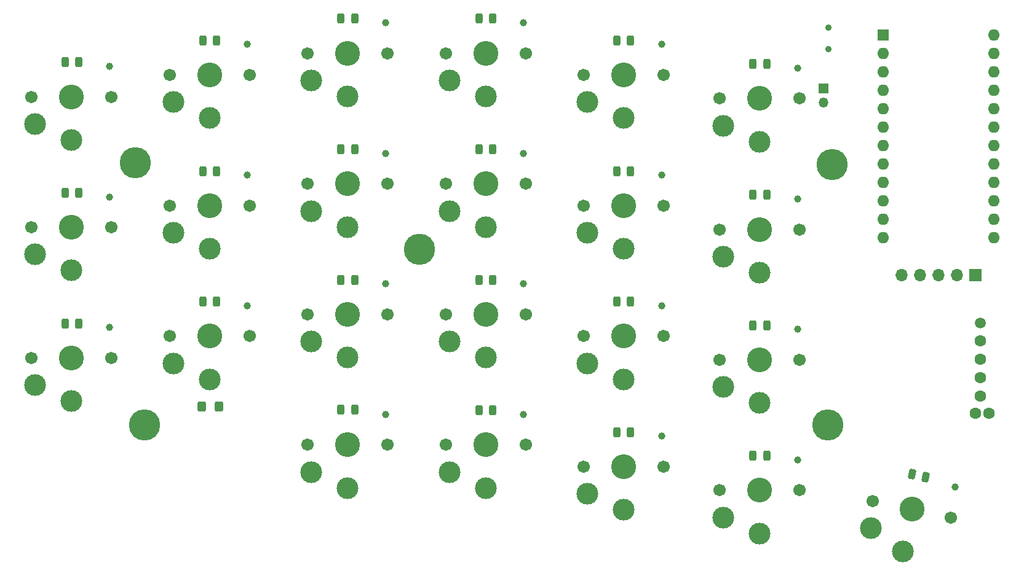
<source format=gbr>
%TF.GenerationSoftware,KiCad,Pcbnew,7.0.5-0*%
%TF.CreationDate,2023-10-18T13:26:08+10:30*%
%TF.ProjectId,Rolio,526f6c69-6f2e-46b6-9963-61645f706362,rev?*%
%TF.SameCoordinates,Original*%
%TF.FileFunction,Soldermask,Top*%
%TF.FilePolarity,Negative*%
%FSLAX46Y46*%
G04 Gerber Fmt 4.6, Leading zero omitted, Abs format (unit mm)*
G04 Created by KiCad (PCBNEW 7.0.5-0) date 2023-10-18 13:26:08*
%MOMM*%
%LPD*%
G01*
G04 APERTURE LIST*
G04 Aperture macros list*
%AMRoundRect*
0 Rectangle with rounded corners*
0 $1 Rounding radius*
0 $2 $3 $4 $5 $6 $7 $8 $9 X,Y pos of 4 corners*
0 Add a 4 corners polygon primitive as box body*
4,1,4,$2,$3,$4,$5,$6,$7,$8,$9,$2,$3,0*
0 Add four circle primitives for the rounded corners*
1,1,$1+$1,$2,$3*
1,1,$1+$1,$4,$5*
1,1,$1+$1,$6,$7*
1,1,$1+$1,$8,$9*
0 Add four rect primitives between the rounded corners*
20,1,$1+$1,$2,$3,$4,$5,0*
20,1,$1+$1,$4,$5,$6,$7,0*
20,1,$1+$1,$6,$7,$8,$9,0*
20,1,$1+$1,$8,$9,$2,$3,0*%
G04 Aperture macros list end*
%ADD10C,1.701800*%
%ADD11C,3.000000*%
%ADD12C,3.429000*%
%ADD13C,0.990600*%
%ADD14C,4.300000*%
%ADD15RoundRect,0.243750X-0.243750X-0.456250X0.243750X-0.456250X0.243750X0.456250X-0.243750X0.456250X0*%
%ADD16R,1.700000X1.700000*%
%ADD17O,1.700000X1.700000*%
%ADD18C,1.500000*%
%ADD19C,1.600000*%
%ADD20RoundRect,0.250000X0.325000X0.450000X-0.325000X0.450000X-0.325000X-0.450000X0.325000X-0.450000X0*%
%ADD21R,1.600000X1.600000*%
%ADD22O,1.600000X1.600000*%
%ADD23R,1.350000X1.350000*%
%ADD24O,1.350000X1.350000*%
%ADD25RoundRect,0.243750X-0.333283X-0.395601X0.143564X-0.496958X0.333283X0.395601X-0.143564X0.496958X0*%
%ADD26C,0.900000*%
G04 APERTURE END LIST*
D10*
%TO.C,SW_B0*%
X-116582400Y-10754000D03*
D11*
X-116082400Y-14504000D03*
D12*
X-111082400Y-10754000D03*
D11*
X-111082400Y-16704000D03*
D13*
X-105862400Y-6554000D03*
D10*
X-105582400Y-10754000D03*
%TD*%
%TO.C,SW_B3*%
X-78582400Y-61754000D03*
D11*
X-78082400Y-65504000D03*
D12*
X-73082400Y-61754000D03*
D11*
X-73082400Y-67704000D03*
D13*
X-67862400Y-57554000D03*
D10*
X-67582400Y-61754000D03*
%TD*%
D14*
%TO.C,H3*%
X-25364400Y-23066000D03*
%TD*%
D10*
%TO.C,SW_B4*%
X-97582400Y-61754000D03*
D11*
X-97082400Y-65504000D03*
D12*
X-92082400Y-61754000D03*
D11*
X-92082400Y-67704000D03*
D13*
X-86862400Y-57554000D03*
D10*
X-86582400Y-61754000D03*
%TD*%
%TO.C,SW_C1*%
X-97582400Y-25754000D03*
D11*
X-97082400Y-29504000D03*
D12*
X-92082400Y-25754000D03*
D11*
X-92082400Y-31704000D03*
D13*
X-86862400Y-21554000D03*
D10*
X-86582400Y-25754000D03*
%TD*%
D15*
%TO.C,LED3*%
X-73999900Y-2999000D03*
X-72124900Y-2999000D03*
%TD*%
D10*
%TO.C,SW_B1*%
X-116582400Y-28754000D03*
D11*
X-116082400Y-32504000D03*
D12*
X-111082400Y-28754000D03*
D11*
X-111082400Y-34704000D03*
D13*
X-105862400Y-24554000D03*
D10*
X-105582400Y-28754000D03*
%TD*%
D15*
%TO.C,LED15*%
X-73999900Y-38999000D03*
X-72124900Y-38999000D03*
%TD*%
D16*
%TO.C,Nice!View1*%
X-5648000Y-38314000D03*
D17*
X-8188000Y-38314000D03*
X-10728000Y-38314000D03*
X-13268000Y-38314000D03*
X-15808000Y-38314000D03*
%TD*%
D14*
%TO.C,H4*%
X-26012400Y-59004000D03*
%TD*%
D15*
%TO.C,LED4*%
X-92999900Y-2999000D03*
X-91124900Y-2999000D03*
%TD*%
%TO.C,LED1*%
X-36267000Y-9249000D03*
X-34392000Y-9249000D03*
%TD*%
D10*
%TO.C,SW_F0*%
X-40849500Y-14004000D03*
D11*
X-40349500Y-17754000D03*
D12*
X-35349500Y-14004000D03*
D11*
X-35349500Y-19954000D03*
D13*
X-30129500Y-9804000D03*
D10*
X-29849500Y-14004000D03*
%TD*%
D18*
%TO.C,RE_1*%
X-4998000Y-44914000D03*
D19*
X-4998000Y-55024000D03*
X-4998000Y-52484000D03*
X-4998000Y-49944000D03*
X-4998000Y-47404000D03*
X-3773000Y-57414000D03*
X-5623000Y-57414000D03*
%TD*%
D14*
%TO.C,H1*%
X-121302400Y-22822000D03*
%TD*%
D15*
%TO.C,LED13*%
X-36267000Y-45249000D03*
X-34392000Y-45249000D03*
%TD*%
%TO.C,LED23*%
X-92999900Y-56899000D03*
X-91124900Y-56899000D03*
%TD*%
D10*
%TO.C,SW_A2*%
X-135582400Y-49754000D03*
D11*
X-135082400Y-53504000D03*
D12*
X-130082400Y-49754000D03*
D11*
X-130082400Y-55704000D03*
D13*
X-124862400Y-45554000D03*
D10*
X-124582400Y-49754000D03*
%TD*%
D15*
%TO.C,LED10*%
X-92999900Y-20999000D03*
X-91124900Y-20999000D03*
%TD*%
D10*
%TO.C,SW_D1*%
X-78582400Y-25754000D03*
D11*
X-78082400Y-29504000D03*
D12*
X-73082400Y-25754000D03*
D11*
X-73082400Y-31704000D03*
D13*
X-67862400Y-21554000D03*
D10*
X-67582400Y-25754000D03*
%TD*%
D15*
%TO.C,LED17*%
X-111999900Y-41999000D03*
X-110124900Y-41999000D03*
%TD*%
D20*
%TO.C,TP1*%
X-109762400Y-56474000D03*
X-112162400Y-56474000D03*
%TD*%
D15*
%TO.C,LED20*%
X-36267000Y-63249000D03*
X-34392000Y-63249000D03*
%TD*%
D10*
%TO.C,SW_E2*%
X-59582400Y-46754000D03*
D11*
X-59082400Y-50504000D03*
D12*
X-54082400Y-46754000D03*
D11*
X-54082400Y-52704000D03*
D13*
X-48862400Y-42554000D03*
D10*
X-48582400Y-46754000D03*
%TD*%
D15*
%TO.C,LED18*%
X-130999900Y-44999000D03*
X-129124900Y-44999000D03*
%TD*%
D10*
%TO.C,SW_D2*%
X-78582400Y-43754000D03*
D11*
X-78082400Y-47504000D03*
D12*
X-73082400Y-43754000D03*
D11*
X-73082400Y-49704000D03*
D13*
X-67862400Y-39554000D03*
D10*
X-67582400Y-43754000D03*
%TD*%
%TO.C,SW_E0*%
X-59582400Y-10754000D03*
D11*
X-59082400Y-14504000D03*
D12*
X-54082400Y-10754000D03*
D11*
X-54082400Y-16704000D03*
D13*
X-48862400Y-6554000D03*
D10*
X-48582400Y-10754000D03*
%TD*%
D15*
%TO.C,LED8*%
X-54999900Y-23999000D03*
X-53124900Y-23999000D03*
%TD*%
%TO.C,LED5*%
X-111999900Y-5999000D03*
X-110124900Y-5999000D03*
%TD*%
D21*
%TO.C,NICE_NANO1*%
X-18348000Y-5204000D03*
D22*
X-18348000Y-7744000D03*
X-18348000Y-10284000D03*
X-18348000Y-12824000D03*
X-18348000Y-15364000D03*
X-18348000Y-17904000D03*
X-18348000Y-20444000D03*
X-18348000Y-22984000D03*
X-18348000Y-25524000D03*
X-18348000Y-28064000D03*
X-18348000Y-30604000D03*
X-18348000Y-33144000D03*
X-3108000Y-33144000D03*
X-3108000Y-30604000D03*
X-3108000Y-28064000D03*
X-3108000Y-25524000D03*
X-3108000Y-22984000D03*
X-3108000Y-20444000D03*
X-3108000Y-17904000D03*
X-3108000Y-15364000D03*
X-3108000Y-12824000D03*
X-3108000Y-10284000D03*
X-3108000Y-7744000D03*
X-3108000Y-5204000D03*
%TD*%
D15*
%TO.C,LED21*%
X-54999900Y-59999000D03*
X-53124900Y-59999000D03*
%TD*%
D14*
%TO.C,H5*%
X-82210400Y-34750000D03*
%TD*%
D10*
%TO.C,SW_A1*%
X-135582400Y-31754000D03*
D11*
X-135082400Y-35504000D03*
D12*
X-130082400Y-31754000D03*
D11*
X-130082400Y-37704000D03*
D13*
X-124862400Y-27554000D03*
D10*
X-124582400Y-31754000D03*
%TD*%
%TO.C,SW_A0*%
X-135582400Y-13754000D03*
D11*
X-135082400Y-17504000D03*
D12*
X-130082400Y-13754000D03*
D11*
X-130082400Y-19704000D03*
D13*
X-124862400Y-9554000D03*
D10*
X-124582400Y-13754000D03*
%TD*%
D15*
%TO.C,LED11*%
X-111999900Y-23999000D03*
X-110124900Y-23999000D03*
%TD*%
D10*
%TO.C,SW_F2*%
X-40849500Y-50004000D03*
D11*
X-40349500Y-53754000D03*
D12*
X-35349500Y-50004000D03*
D11*
X-35349500Y-55954000D03*
D13*
X-30129500Y-45804000D03*
D10*
X-29849500Y-50004000D03*
%TD*%
%TO.C,SW_D0*%
X-78582400Y-7754000D03*
D11*
X-78082400Y-11504000D03*
D12*
X-73082400Y-7754000D03*
D11*
X-73082400Y-13704000D03*
D13*
X-67862400Y-3554000D03*
D10*
X-67582400Y-7754000D03*
%TD*%
%TO.C,SW_E3*%
X-19790648Y-69479251D03*
D11*
X-20081243Y-73251260D03*
D12*
X-14410836Y-70622765D03*
D11*
X-15647911Y-76442743D03*
D13*
X-8431676Y-67599844D03*
D10*
X-9031024Y-71766279D03*
%TD*%
D15*
%TO.C,LED7*%
X-36267000Y-27294000D03*
X-34392000Y-27294000D03*
%TD*%
D10*
%TO.C,SW_F1*%
X-40849500Y-32049000D03*
D11*
X-40349500Y-35799000D03*
D12*
X-35349500Y-32049000D03*
D11*
X-35349500Y-37999000D03*
D13*
X-30129500Y-27849000D03*
D10*
X-29849500Y-32049000D03*
%TD*%
%TO.C,SW_C2*%
X-97582400Y-43754000D03*
D11*
X-97082400Y-47504000D03*
D12*
X-92082400Y-43754000D03*
D11*
X-92082400Y-49704000D03*
D13*
X-86862400Y-39554000D03*
D10*
X-86582400Y-43754000D03*
%TD*%
D23*
%TO.C,BATT1*%
X-26592197Y-12580000D03*
D24*
X-26592197Y-14580000D03*
%TD*%
D15*
%TO.C,LED9*%
X-73999900Y-20999000D03*
X-72124900Y-20999000D03*
%TD*%
%TO.C,LED14*%
X-54999900Y-41999000D03*
X-53124900Y-41999000D03*
%TD*%
D10*
%TO.C,SW_E1*%
X-59582400Y-28754000D03*
D11*
X-59082400Y-32504000D03*
D12*
X-54082400Y-28754000D03*
D11*
X-54082400Y-34704000D03*
D13*
X-48862400Y-24554000D03*
D10*
X-48582400Y-28754000D03*
%TD*%
D15*
%TO.C,LED2*%
X-54999900Y-5999000D03*
X-53124900Y-5999000D03*
%TD*%
D10*
%TO.C,SW_C0*%
X-97582400Y-7754000D03*
D11*
X-97082400Y-11504000D03*
D12*
X-92082400Y-7754000D03*
D11*
X-92082400Y-13704000D03*
D13*
X-86862400Y-3554000D03*
D10*
X-86582400Y-7754000D03*
%TD*%
D14*
%TO.C,H2*%
X-120052400Y-59014000D03*
%TD*%
D15*
%TO.C,LED16*%
X-92999900Y-38999000D03*
X-91124900Y-38999000D03*
%TD*%
%TO.C,LED22*%
X-73999900Y-56999000D03*
X-72124900Y-56999000D03*
%TD*%
D10*
%TO.C,SW_C3*%
X-59582400Y-64754000D03*
D11*
X-59082400Y-68504000D03*
D12*
X-54082400Y-64754000D03*
D11*
X-54082400Y-70704000D03*
D13*
X-48862400Y-60554000D03*
D10*
X-48582400Y-64754000D03*
%TD*%
%TO.C,SW_B2*%
X-116582400Y-46754000D03*
D11*
X-116082400Y-50504000D03*
D12*
X-111082400Y-46754000D03*
D11*
X-111082400Y-52704000D03*
D13*
X-105862400Y-42554000D03*
D10*
X-105582400Y-46754000D03*
%TD*%
%TO.C,SW_F3*%
X-40849500Y-68004000D03*
D11*
X-40349500Y-71754000D03*
D12*
X-35349500Y-68004000D03*
D11*
X-35349500Y-73954000D03*
D13*
X-30129500Y-63804000D03*
D10*
X-29849500Y-68004000D03*
%TD*%
D15*
%TO.C,LED6*%
X-130999900Y-8999000D03*
X-129124900Y-8999000D03*
%TD*%
D25*
%TO.C,LED19*%
X-14352445Y-65773947D03*
X-12518419Y-66163781D03*
%TD*%
D15*
%TO.C,LED12*%
X-130999900Y-26999000D03*
X-129124900Y-26999000D03*
%TD*%
D26*
%TO.C,SW4*%
X-25881400Y-4194000D03*
X-25881400Y-7194000D03*
%TD*%
M02*

</source>
